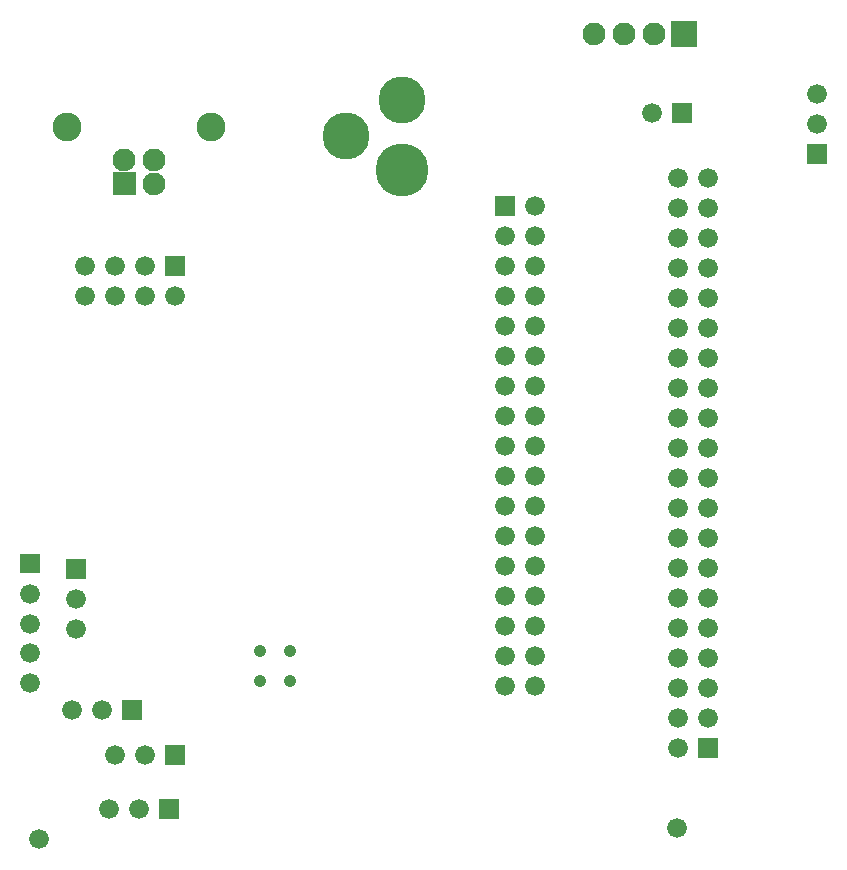
<source format=gbr>
G04 start of page 6 for group -4062 idx -4062 *
G04 Title: (unknown), soldermask *
G04 Creator: pcb 20140316 *
G04 CreationDate: Tue Feb 26 01:41:17 2019 UTC *
G04 For: tim *
G04 Format: Gerber/RS-274X *
G04 PCB-Dimensions (mil): 2834.65 3051.18 *
G04 PCB-Coordinate-Origin: lower left *
%MOIN*%
%FSLAX25Y25*%
%LNBOTTOMMASK*%
%ADD96C,0.0960*%
%ADD95C,0.0760*%
%ADD94C,0.1770*%
%ADD93C,0.1570*%
%ADD92C,0.0420*%
%ADD91C,0.0001*%
%ADD90C,0.0660*%
G54D90*X165957Y199531D03*
Y189531D03*
Y179531D03*
Y169531D03*
Y159531D03*
Y149531D03*
Y139531D03*
Y129531D03*
Y119531D03*
Y109531D03*
Y99531D03*
Y89531D03*
Y79531D03*
X175957D03*
Y89531D03*
Y99531D03*
Y109531D03*
Y119531D03*
Y129531D03*
G54D91*G36*
X230157Y62331D02*Y55731D01*
X236757D01*
Y62331D01*
X230157D01*
G37*
G54D90*X223457Y59031D03*
X233457Y69031D03*
X223457D03*
X233457Y79031D03*
X223457D03*
X233457Y89031D03*
X223323Y32394D03*
X223457Y89031D03*
Y99031D03*
Y109031D03*
X233457Y99031D03*
Y109031D03*
Y119031D03*
Y129031D03*
Y139031D03*
Y149031D03*
X223457Y119031D03*
Y129031D03*
Y139031D03*
Y149031D03*
G54D92*X94051Y91126D03*
Y81283D03*
X84209D03*
Y91126D03*
G54D91*G36*
X50657Y41831D02*Y35231D01*
X57257D01*
Y41831D01*
X50657D01*
G37*
G54D90*X43957Y38531D03*
X33957D03*
X10528Y28457D03*
G54D91*G36*
X19460Y121831D02*Y115231D01*
X26060D01*
Y121831D01*
X19460D01*
G37*
G54D90*X22760Y108531D03*
Y98531D03*
G54D91*G36*
X4275Y123686D02*Y117086D01*
X10875D01*
Y123686D01*
X4275D01*
G37*
G54D90*X7575Y110386D03*
Y100386D03*
Y90465D03*
Y80425D03*
G54D91*G36*
X52503Y59906D02*Y53306D01*
X59103D01*
Y59906D01*
X52503D01*
G37*
G54D90*X45803Y56606D03*
X35803D03*
G54D91*G36*
X38330Y74867D02*Y68267D01*
X44930D01*
Y74867D01*
X38330D01*
G37*
G54D90*X31630Y71567D03*
X21630D03*
G54D93*X112953Y262949D03*
X131457Y274760D03*
G54D94*Y251531D03*
G54D91*G36*
X162657Y242831D02*Y236231D01*
X169257D01*
Y242831D01*
X162657D01*
G37*
G54D90*X165957Y229531D03*
Y219531D03*
Y209531D03*
G54D91*G36*
X35157Y250831D02*Y243231D01*
X42757D01*
Y250831D01*
X35157D01*
G37*
G54D95*X48957Y247031D03*
Y255031D03*
X38957D03*
G54D96*X67957Y266031D03*
X19957D03*
G54D91*G36*
X52657Y222831D02*Y216231D01*
X59257D01*
Y222831D01*
X52657D01*
G37*
G54D90*X45957Y219531D03*
X35957D03*
X25957D03*
X55957Y209531D03*
X45957D03*
X35957D03*
X25957D03*
X175957Y139531D03*
Y149531D03*
Y159531D03*
Y169531D03*
Y179531D03*
Y189531D03*
Y199531D03*
Y209531D03*
Y219531D03*
Y229531D03*
Y239531D03*
X233457Y159031D03*
X223457D03*
Y169031D03*
Y179031D03*
X233457Y169031D03*
Y179031D03*
Y189031D03*
Y199031D03*
Y209031D03*
Y219031D03*
X223457Y189031D03*
Y199031D03*
Y209031D03*
Y219031D03*
X233457Y229031D03*
Y239031D03*
Y249031D03*
X223457Y229031D03*
Y239031D03*
Y249031D03*
G54D91*G36*
X221657Y273831D02*Y267231D01*
X228257D01*
Y273831D01*
X221657D01*
G37*
G54D90*X214957Y270531D03*
G54D91*G36*
X221157Y301331D02*Y292731D01*
X229757D01*
Y301331D01*
X221157D01*
G37*
G54D95*X215457Y297031D03*
X205457D03*
X195457D03*
G54D91*G36*
X266657Y260331D02*Y253731D01*
X273257D01*
Y260331D01*
X266657D01*
G37*
G54D90*X269957Y267031D03*
Y277031D03*
M02*

</source>
